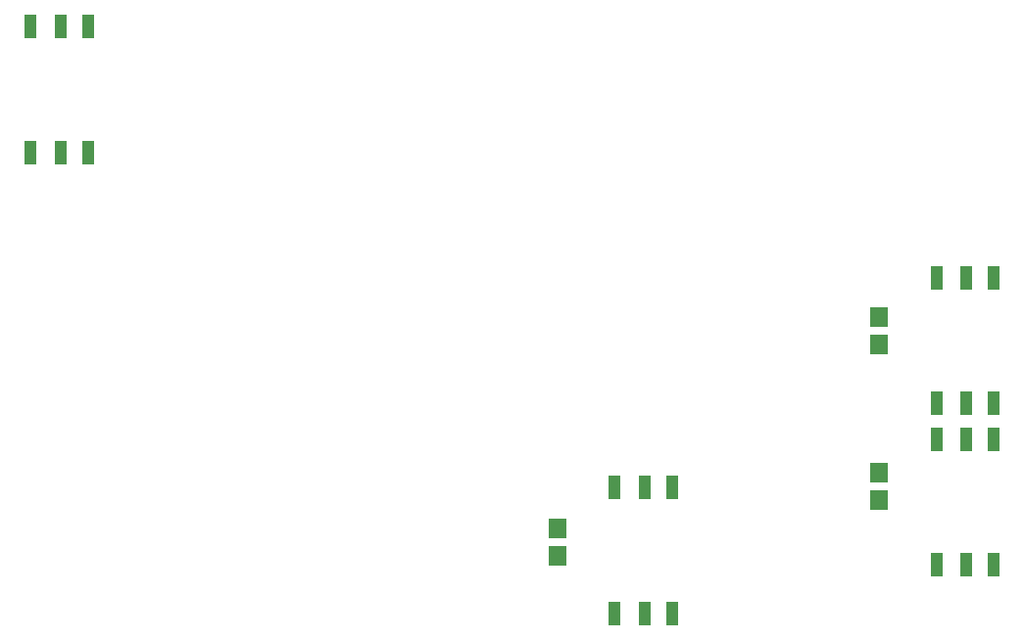
<source format=gbp>
%FSTAX23Y23*%
%MOIN*%
%SFA1B1*%

%IPPOS*%
%ADD14R,0.059055X0.070866*%
%ADD55R,0.040551X0.078740*%
%LNbinbot_board-1*%
%LPD*%
G54D14*
X02171Y-01883D03*
Y-01977D03*
X03266Y-01163D03*
Y-01257D03*
Y-01693D03*
Y-01787D03*
G54D55*
X0346Y-01458D03*
X03563D03*
X03656D03*
X00481Y-00175D03*
Y-00603D03*
X00574D03*
Y-00175D03*
X00378D03*
X02561Y-02173D03*
X02468D03*
X02365D03*
Y-01745D03*
X02468D03*
X02561D03*
X0346Y-0103D03*
X03563D03*
X03656D03*
Y-02008D03*
X03563D03*
X0346D03*
Y-0158D03*
X03563D03*
X03656D03*
X00378Y-00603D03*
M02*
</source>
